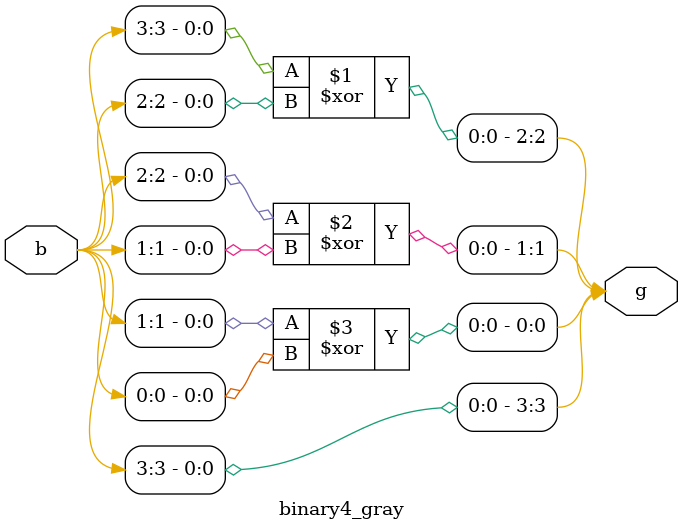
<source format=v>
module binary4_gray(g,b);
  input [3:0]b;
  output [3:0]g;
  assign g[3]=b[3];
  assign g[2]=b[3]^b[2];
  assign g[1]=b[2]^b[1];
  assign g[0]=b[1]^b[0];
endmodule 
  
  
</source>
